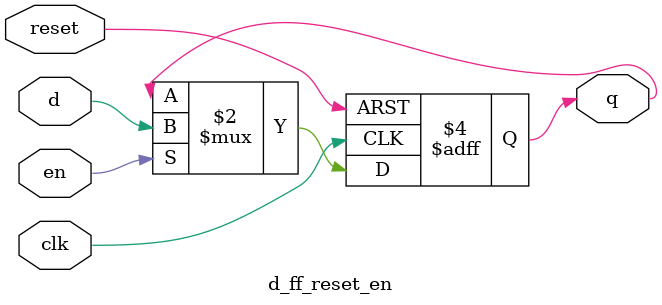
<source format=v>
module d_ff_reset_en
(
input wire clk,
input wire reset,
input wire en,
input wire d,
output reg q
);

always @(posedge clk, posedge reset)
begin
if (reset)
q <= 1'b0;
else if (en)
q <= d;
end
endmodule
</source>
